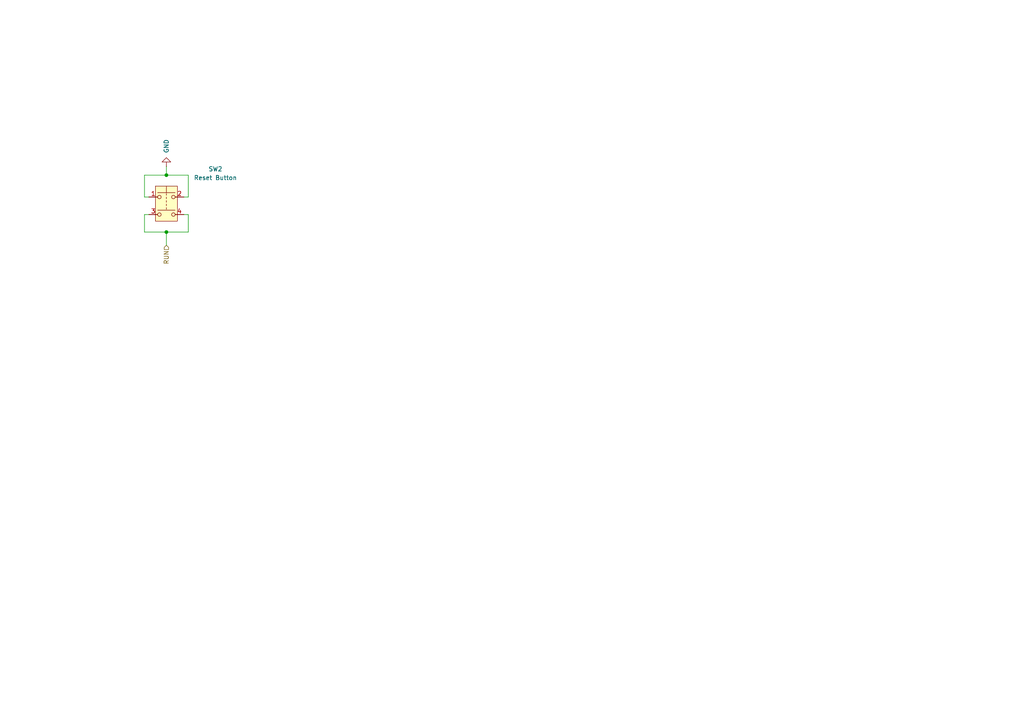
<source format=kicad_sch>
(kicad_sch (version 20231120) (generator "eeschema") (generator_version "8.0")
  (paper "A4")
  (title_block (title "MiniFRANK") (date "2025-01-12") (rev "2.0") (company "Mikhail Matveev") (comment 1 "https://github.com/xtremespb/frank"))
  (lib_symbols
    (symbol "GND_1" (power) (pin_numbers hide) (pin_names (offset 0) hide)
      (property "Value" "GND" (at 0 -3.81 0))
      (symbol "GND_1_0_1"
        (polyline (pts (xy 0 0) (xy 0 -1.27) (xy 1.27 -1.27) (xy 0 -2.54) (xy -1.27 -1.27) (xy 0 -1.27)))
      )
      (symbol "GND_1_1_1"
        (pin power_in line (at 0 0 270) (length 0) (name "~") (number "1"))
      )
    )
    (symbol "Switch:SW_Push_Dual" (pin_names (offset 1.016) hide)
      (property "Reference" "SW" (at 0 7.62 0))
      (property "Value" "SW_Push_Dual" (at 0 -6.35 0))
      (symbol "SW_Push_Dual_0_1"
        (circle (center -2.032 -2.54) (radius 0.508))
        (circle (center -2.032 2.54) (radius 0.508))
        (polyline (pts (xy 0 -0.508) (xy 0 -1.016)))
        (polyline (pts (xy 0 0.508) (xy 0 0)))
        (polyline (pts (xy 0 1.016) (xy 0 1.524)))
        (polyline (pts (xy 0 2.032) (xy 0 2.54)))
        (polyline (pts (xy 0 3.048) (xy 0 3.556)))
        (polyline (pts (xy 0 3.81) (xy 0 5.588)))
        (polyline (pts (xy 2.54 -1.27) (xy -2.54 -1.27)))
        (polyline (pts (xy 2.54 3.81) (xy -2.54 3.81)))
        (circle (center 2.032 -2.54) (radius 0.508))
        (circle (center 2.032 2.54) (radius 0.508))
        (pin passive line (at -5.08 2.54 0) (length 2.54) (name "1") (number "1"))
        (pin passive line (at 5.08 2.54 180) (length 2.54) (name "2") (number "2"))
        (pin passive line (at -5.08 -2.54 0) (length 2.54) (name "3") (number "3"))
        (pin passive line (at 5.08 -2.54 180) (length 2.54) (name "4") (number "4"))
      )
      (symbol "SW_Push_Dual_1_1"
        (rectangle (start -3.175 5.715) (end 3.175 -4.445) (fill (type background)))
      )
    )
  )
  (junction (at 48.26 50.8))
  (junction (at 48.26 67.31))
  (wire (pts (xy 41.91 62.23) (xy 43.18 62.23)))
  (wire (pts (xy 41.91 50.8) (xy 48.26 50.8)))
  (wire (pts (xy 41.91 50.8) (xy 41.91 57.15)))
  (wire (pts (xy 48.26 67.31) (xy 54.61 67.31)))
  (wire (pts (xy 41.91 67.31) (xy 48.26 67.31)))
  (wire (pts (xy 54.61 67.31) (xy 54.61 62.23)))
  (wire (pts (xy 48.26 48.26) (xy 48.26 50.8)))
  (wire (pts (xy 53.34 57.15) (xy 54.61 57.15)))
  (wire (pts (xy 54.61 50.8) (xy 54.61 57.15)))
  (wire (pts (xy 48.26 67.31) (xy 48.26 71.12)))
  (wire (pts (xy 41.91 67.31) (xy 41.91 62.23)))
  (wire (pts (xy 41.91 57.15) (xy 43.18 57.15)))
  (wire (pts (xy 48.26 50.8) (xy 54.61 50.8)))
  (wire (pts (xy 53.34 62.23) (xy 54.61 62.23)))
  (hierarchical_label "RUN" (shape input) (at 48.26 71.12 270))
  (symbol (lib_id "Switch:SW_Push_Dual") (at 48.26 59.69 0) (unit 1)
    (property "Reference" "SW2" (at 62.484 49.022 0))
    (property "Value" "Reset Button" (at 62.484 51.562 0))
    (property "Footprint" "LIBS:Button_SMD_3x3x2" (effects (hide yes)))
    (property "Description" "Push button switch, generic, symbol, four pins" (effects (hide yes)))
  )
  (symbol (lib_name "GND_1") (lib_id "power:GND") (at 48.26 48.26 180) (unit 1)
    (property "Reference" "#PWR044" (effects (hide yes)))
    (property "Value" "GND" (at 48.2601 44.45 90) (effects (justify right)))
    (property "Description" "Power symbol creates a global label with name \"GND\" , ground" (effects (hide yes)))
  )
)
</source>
